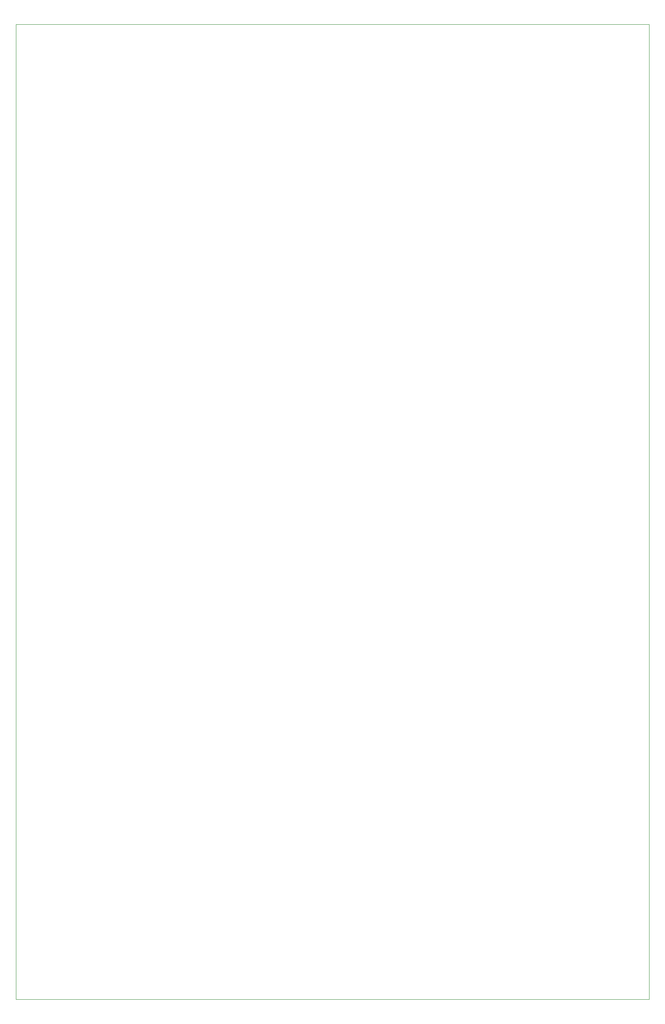
<source format=gm1>
G04 #@! TF.GenerationSoftware,KiCad,Pcbnew,(6.0.11)*
G04 #@! TF.CreationDate,2023-07-05T10:17:47+03:00*
G04 #@! TF.ProjectId,Pi Zero_Relay,5069205a-6572-46f5-9f52-656c61792e6b,rev?*
G04 #@! TF.SameCoordinates,Original*
G04 #@! TF.FileFunction,Profile,NP*
%FSLAX46Y46*%
G04 Gerber Fmt 4.6, Leading zero omitted, Abs format (unit mm)*
G04 Created by KiCad (PCBNEW (6.0.11)) date 2023-07-05 10:17:47*
%MOMM*%
%LPD*%
G01*
G04 APERTURE LIST*
G04 #@! TA.AperFunction,Profile*
%ADD10C,0.100000*%
G04 #@! TD*
G04 APERTURE END LIST*
D10*
X326625000Y-94000000D02*
X198625000Y-94000000D01*
X198625000Y-291000000D02*
X326625000Y-291000000D01*
X198625000Y-94000000D02*
X198625000Y-291000000D01*
X326625000Y-291000000D02*
X326625000Y-94000000D01*
M02*

</source>
